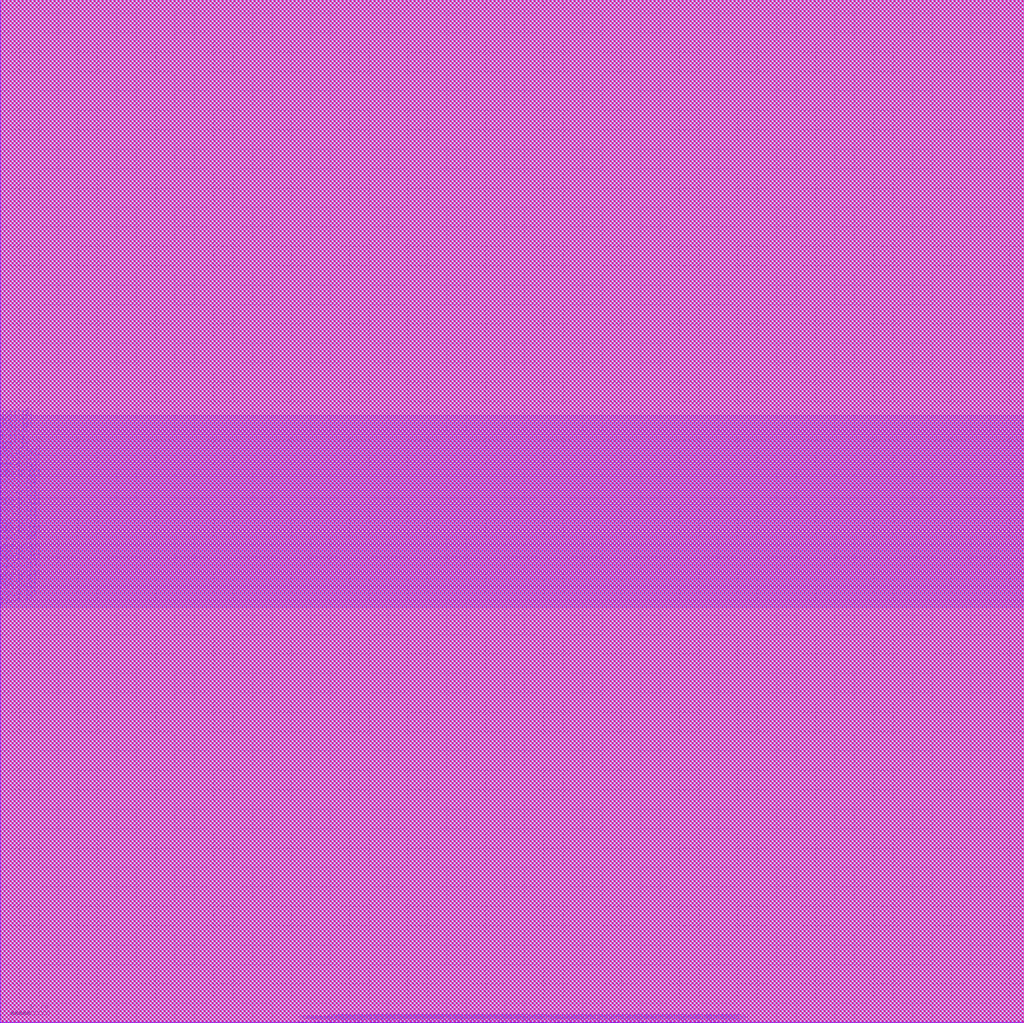
<source format=lef>
##
## LEF for PtnCells ;
## created by Innovus v15.23-s045_1 on Wed Mar 19 01:14:34 2025
##

VERSION 5.8 ;

BUSBITCHARS "[]" ;
DIVIDERCHAR "/" ;

MACRO core
  CLASS BLOCK ;
  SIZE 1054.8000 BY 1054.0000 ;
  FOREIGN core 0.0000 0.0000 ;
  ORIGIN 0 0 ;
  SYMMETRY X Y R90 ;
  PIN clk
    DIRECTION INPUT ;
    USE SIGNAL ;
    PORT
      LAYER M3 ;
        RECT 0.0000 428.1500 1.0000 428.6500 ;
    END
  END clk
  PIN sum_out[23]
    DIRECTION OUTPUT ;
    USE SIGNAL ;
    PORT
      LAYER M3 ;
        RECT 307.4500 0.0000 307.9500 1.0000 ;
    END
  END sum_out[23]
  PIN sum_out[22]
    DIRECTION OUTPUT ;
    USE SIGNAL ;
    PORT
      LAYER M3 ;
        RECT 309.8500 0.0000 310.3500 1.0000 ;
    END
  END sum_out[22]
  PIN sum_out[21]
    DIRECTION OUTPUT ;
    USE SIGNAL ;
    PORT
      LAYER M3 ;
        RECT 312.2500 0.0000 312.7500 1.0000 ;
    END
  END sum_out[21]
  PIN sum_out[20]
    DIRECTION OUTPUT ;
    USE SIGNAL ;
    PORT
      LAYER M3 ;
        RECT 314.6500 0.0000 315.1500 1.0000 ;
    END
  END sum_out[20]
  PIN sum_out[19]
    DIRECTION OUTPUT ;
    USE SIGNAL ;
    PORT
      LAYER M3 ;
        RECT 317.0500 0.0000 317.5500 1.0000 ;
    END
  END sum_out[19]
  PIN sum_out[18]
    DIRECTION OUTPUT ;
    USE SIGNAL ;
    PORT
      LAYER M3 ;
        RECT 319.4500 0.0000 319.9500 1.0000 ;
    END
  END sum_out[18]
  PIN sum_out[17]
    DIRECTION OUTPUT ;
    USE SIGNAL ;
    PORT
      LAYER M3 ;
        RECT 321.8500 0.0000 322.3500 1.0000 ;
    END
  END sum_out[17]
  PIN sum_out[16]
    DIRECTION OUTPUT ;
    USE SIGNAL ;
    PORT
      LAYER M3 ;
        RECT 324.2500 0.0000 324.7500 1.0000 ;
    END
  END sum_out[16]
  PIN sum_out[15]
    DIRECTION OUTPUT ;
    USE SIGNAL ;
    PORT
      LAYER M3 ;
        RECT 326.6500 0.0000 327.1500 1.0000 ;
    END
  END sum_out[15]
  PIN sum_out[14]
    DIRECTION OUTPUT ;
    USE SIGNAL ;
    PORT
      LAYER M3 ;
        RECT 329.0500 0.0000 329.5500 1.0000 ;
    END
  END sum_out[14]
  PIN sum_out[13]
    DIRECTION OUTPUT ;
    USE SIGNAL ;
    PORT
      LAYER M3 ;
        RECT 331.4500 0.0000 331.9500 1.0000 ;
    END
  END sum_out[13]
  PIN sum_out[12]
    DIRECTION OUTPUT ;
    USE SIGNAL ;
    PORT
      LAYER M3 ;
        RECT 333.8500 0.0000 334.3500 1.0000 ;
    END
  END sum_out[12]
  PIN sum_out[11]
    DIRECTION OUTPUT ;
    USE SIGNAL ;
    PORT
      LAYER M3 ;
        RECT 336.2500 0.0000 336.7500 1.0000 ;
    END
  END sum_out[11]
  PIN sum_out[10]
    DIRECTION OUTPUT ;
    USE SIGNAL ;
    PORT
      LAYER M3 ;
        RECT 338.6500 0.0000 339.1500 1.0000 ;
    END
  END sum_out[10]
  PIN sum_out[9]
    DIRECTION OUTPUT ;
    USE SIGNAL ;
    PORT
      LAYER M3 ;
        RECT 341.0500 0.0000 341.5500 1.0000 ;
    END
  END sum_out[9]
  PIN sum_out[8]
    DIRECTION OUTPUT ;
    USE SIGNAL ;
    PORT
      LAYER M3 ;
        RECT 343.4500 0.0000 343.9500 1.0000 ;
    END
  END sum_out[8]
  PIN sum_out[7]
    DIRECTION OUTPUT ;
    USE SIGNAL ;
    PORT
      LAYER M3 ;
        RECT 345.8500 0.0000 346.3500 1.0000 ;
    END
  END sum_out[7]
  PIN sum_out[6]
    DIRECTION OUTPUT ;
    USE SIGNAL ;
    PORT
      LAYER M3 ;
        RECT 348.2500 0.0000 348.7500 1.0000 ;
    END
  END sum_out[6]
  PIN sum_out[5]
    DIRECTION OUTPUT ;
    USE SIGNAL ;
    PORT
      LAYER M3 ;
        RECT 350.6500 0.0000 351.1500 1.0000 ;
    END
  END sum_out[5]
  PIN sum_out[4]
    DIRECTION OUTPUT ;
    USE SIGNAL ;
    PORT
      LAYER M3 ;
        RECT 353.0500 0.0000 353.5500 1.0000 ;
    END
  END sum_out[4]
  PIN sum_out[3]
    DIRECTION OUTPUT ;
    USE SIGNAL ;
    PORT
      LAYER M3 ;
        RECT 355.4500 0.0000 355.9500 1.0000 ;
    END
  END sum_out[3]
  PIN sum_out[2]
    DIRECTION OUTPUT ;
    USE SIGNAL ;
    PORT
      LAYER M3 ;
        RECT 357.8500 0.0000 358.3500 1.0000 ;
    END
  END sum_out[2]
  PIN sum_out[1]
    DIRECTION OUTPUT ;
    USE SIGNAL ;
    PORT
      LAYER M3 ;
        RECT 360.2500 0.0000 360.7500 1.0000 ;
    END
  END sum_out[1]
  PIN sum_out[0]
    DIRECTION OUTPUT ;
    USE SIGNAL ;
    PORT
      LAYER M3 ;
        RECT 362.6500 0.0000 363.1500 1.0000 ;
    END
  END sum_out[0]
  PIN mem_in[63]
    DIRECTION INPUT ;
    USE SIGNAL ;
    PORT
      LAYER M3 ;
        RECT 0.0000 584.1500 1.0000 584.6500 ;
    END
  END mem_in[63]
  PIN mem_in[62]
    DIRECTION INPUT ;
    USE SIGNAL ;
    PORT
      LAYER M3 ;
        RECT 0.0000 581.7500 1.0000 582.2500 ;
    END
  END mem_in[62]
  PIN mem_in[61]
    DIRECTION INPUT ;
    USE SIGNAL ;
    PORT
      LAYER M3 ;
        RECT 0.0000 579.3500 1.0000 579.8500 ;
    END
  END mem_in[61]
  PIN mem_in[60]
    DIRECTION INPUT ;
    USE SIGNAL ;
    PORT
      LAYER M3 ;
        RECT 0.0000 576.9500 1.0000 577.4500 ;
    END
  END mem_in[60]
  PIN mem_in[59]
    DIRECTION INPUT ;
    USE SIGNAL ;
    PORT
      LAYER M3 ;
        RECT 0.0000 574.5500 1.0000 575.0500 ;
    END
  END mem_in[59]
  PIN mem_in[58]
    DIRECTION INPUT ;
    USE SIGNAL ;
    PORT
      LAYER M3 ;
        RECT 0.0000 572.1500 1.0000 572.6500 ;
    END
  END mem_in[58]
  PIN mem_in[57]
    DIRECTION INPUT ;
    USE SIGNAL ;
    PORT
      LAYER M3 ;
        RECT 0.0000 569.7500 1.0000 570.2500 ;
    END
  END mem_in[57]
  PIN mem_in[56]
    DIRECTION INPUT ;
    USE SIGNAL ;
    PORT
      LAYER M3 ;
        RECT 0.0000 567.3500 1.0000 567.8500 ;
    END
  END mem_in[56]
  PIN mem_in[55]
    DIRECTION INPUT ;
    USE SIGNAL ;
    PORT
      LAYER M3 ;
        RECT 0.0000 564.9500 1.0000 565.4500 ;
    END
  END mem_in[55]
  PIN mem_in[54]
    DIRECTION INPUT ;
    USE SIGNAL ;
    PORT
      LAYER M3 ;
        RECT 0.0000 562.5500 1.0000 563.0500 ;
    END
  END mem_in[54]
  PIN mem_in[53]
    DIRECTION INPUT ;
    USE SIGNAL ;
    PORT
      LAYER M3 ;
        RECT 0.0000 560.1500 1.0000 560.6500 ;
    END
  END mem_in[53]
  PIN mem_in[52]
    DIRECTION INPUT ;
    USE SIGNAL ;
    PORT
      LAYER M3 ;
        RECT 0.0000 557.7500 1.0000 558.2500 ;
    END
  END mem_in[52]
  PIN mem_in[51]
    DIRECTION INPUT ;
    USE SIGNAL ;
    PORT
      LAYER M3 ;
        RECT 0.0000 555.3500 1.0000 555.8500 ;
    END
  END mem_in[51]
  PIN mem_in[50]
    DIRECTION INPUT ;
    USE SIGNAL ;
    PORT
      LAYER M3 ;
        RECT 0.0000 552.9500 1.0000 553.4500 ;
    END
  END mem_in[50]
  PIN mem_in[49]
    DIRECTION INPUT ;
    USE SIGNAL ;
    PORT
      LAYER M3 ;
        RECT 0.0000 550.5500 1.0000 551.0500 ;
    END
  END mem_in[49]
  PIN mem_in[48]
    DIRECTION INPUT ;
    USE SIGNAL ;
    PORT
      LAYER M3 ;
        RECT 0.0000 548.1500 1.0000 548.6500 ;
    END
  END mem_in[48]
  PIN mem_in[47]
    DIRECTION INPUT ;
    USE SIGNAL ;
    PORT
      LAYER M3 ;
        RECT 0.0000 545.7500 1.0000 546.2500 ;
    END
  END mem_in[47]
  PIN mem_in[46]
    DIRECTION INPUT ;
    USE SIGNAL ;
    PORT
      LAYER M3 ;
        RECT 0.0000 543.3500 1.0000 543.8500 ;
    END
  END mem_in[46]
  PIN mem_in[45]
    DIRECTION INPUT ;
    USE SIGNAL ;
    PORT
      LAYER M3 ;
        RECT 0.0000 540.9500 1.0000 541.4500 ;
    END
  END mem_in[45]
  PIN mem_in[44]
    DIRECTION INPUT ;
    USE SIGNAL ;
    PORT
      LAYER M3 ;
        RECT 0.0000 538.5500 1.0000 539.0500 ;
    END
  END mem_in[44]
  PIN mem_in[43]
    DIRECTION INPUT ;
    USE SIGNAL ;
    PORT
      LAYER M3 ;
        RECT 0.0000 536.1500 1.0000 536.6500 ;
    END
  END mem_in[43]
  PIN mem_in[42]
    DIRECTION INPUT ;
    USE SIGNAL ;
    PORT
      LAYER M3 ;
        RECT 0.0000 533.7500 1.0000 534.2500 ;
    END
  END mem_in[42]
  PIN mem_in[41]
    DIRECTION INPUT ;
    USE SIGNAL ;
    PORT
      LAYER M3 ;
        RECT 0.0000 531.3500 1.0000 531.8500 ;
    END
  END mem_in[41]
  PIN mem_in[40]
    DIRECTION INPUT ;
    USE SIGNAL ;
    PORT
      LAYER M3 ;
        RECT 0.0000 528.9500 1.0000 529.4500 ;
    END
  END mem_in[40]
  PIN mem_in[39]
    DIRECTION INPUT ;
    USE SIGNAL ;
    PORT
      LAYER M3 ;
        RECT 0.0000 526.5500 1.0000 527.0500 ;
    END
  END mem_in[39]
  PIN mem_in[38]
    DIRECTION INPUT ;
    USE SIGNAL ;
    PORT
      LAYER M3 ;
        RECT 0.0000 524.1500 1.0000 524.6500 ;
    END
  END mem_in[38]
  PIN mem_in[37]
    DIRECTION INPUT ;
    USE SIGNAL ;
    PORT
      LAYER M3 ;
        RECT 0.0000 521.7500 1.0000 522.2500 ;
    END
  END mem_in[37]
  PIN mem_in[36]
    DIRECTION INPUT ;
    USE SIGNAL ;
    PORT
      LAYER M3 ;
        RECT 0.0000 519.3500 1.0000 519.8500 ;
    END
  END mem_in[36]
  PIN mem_in[35]
    DIRECTION INPUT ;
    USE SIGNAL ;
    PORT
      LAYER M3 ;
        RECT 0.0000 516.9500 1.0000 517.4500 ;
    END
  END mem_in[35]
  PIN mem_in[34]
    DIRECTION INPUT ;
    USE SIGNAL ;
    PORT
      LAYER M3 ;
        RECT 0.0000 514.5500 1.0000 515.0500 ;
    END
  END mem_in[34]
  PIN mem_in[33]
    DIRECTION INPUT ;
    USE SIGNAL ;
    PORT
      LAYER M3 ;
        RECT 0.0000 512.1500 1.0000 512.6500 ;
    END
  END mem_in[33]
  PIN mem_in[32]
    DIRECTION INPUT ;
    USE SIGNAL ;
    PORT
      LAYER M3 ;
        RECT 0.0000 509.7500 1.0000 510.2500 ;
    END
  END mem_in[32]
  PIN mem_in[31]
    DIRECTION INPUT ;
    USE SIGNAL ;
    PORT
      LAYER M3 ;
        RECT 0.0000 507.3500 1.0000 507.8500 ;
    END
  END mem_in[31]
  PIN mem_in[30]
    DIRECTION INPUT ;
    USE SIGNAL ;
    PORT
      LAYER M3 ;
        RECT 0.0000 504.9500 1.0000 505.4500 ;
    END
  END mem_in[30]
  PIN mem_in[29]
    DIRECTION INPUT ;
    USE SIGNAL ;
    PORT
      LAYER M3 ;
        RECT 0.0000 502.5500 1.0000 503.0500 ;
    END
  END mem_in[29]
  PIN mem_in[28]
    DIRECTION INPUT ;
    USE SIGNAL ;
    PORT
      LAYER M3 ;
        RECT 0.0000 500.1500 1.0000 500.6500 ;
    END
  END mem_in[28]
  PIN mem_in[27]
    DIRECTION INPUT ;
    USE SIGNAL ;
    PORT
      LAYER M3 ;
        RECT 0.0000 497.7500 1.0000 498.2500 ;
    END
  END mem_in[27]
  PIN mem_in[26]
    DIRECTION INPUT ;
    USE SIGNAL ;
    PORT
      LAYER M3 ;
        RECT 0.0000 495.3500 1.0000 495.8500 ;
    END
  END mem_in[26]
  PIN mem_in[25]
    DIRECTION INPUT ;
    USE SIGNAL ;
    PORT
      LAYER M3 ;
        RECT 0.0000 492.9500 1.0000 493.4500 ;
    END
  END mem_in[25]
  PIN mem_in[24]
    DIRECTION INPUT ;
    USE SIGNAL ;
    PORT
      LAYER M3 ;
        RECT 0.0000 490.5500 1.0000 491.0500 ;
    END
  END mem_in[24]
  PIN mem_in[23]
    DIRECTION INPUT ;
    USE SIGNAL ;
    PORT
      LAYER M3 ;
        RECT 0.0000 488.1500 1.0000 488.6500 ;
    END
  END mem_in[23]
  PIN mem_in[22]
    DIRECTION INPUT ;
    USE SIGNAL ;
    PORT
      LAYER M3 ;
        RECT 0.0000 485.7500 1.0000 486.2500 ;
    END
  END mem_in[22]
  PIN mem_in[21]
    DIRECTION INPUT ;
    USE SIGNAL ;
    PORT
      LAYER M3 ;
        RECT 0.0000 483.3500 1.0000 483.8500 ;
    END
  END mem_in[21]
  PIN mem_in[20]
    DIRECTION INPUT ;
    USE SIGNAL ;
    PORT
      LAYER M3 ;
        RECT 0.0000 480.9500 1.0000 481.4500 ;
    END
  END mem_in[20]
  PIN mem_in[19]
    DIRECTION INPUT ;
    USE SIGNAL ;
    PORT
      LAYER M3 ;
        RECT 0.0000 478.5500 1.0000 479.0500 ;
    END
  END mem_in[19]
  PIN mem_in[18]
    DIRECTION INPUT ;
    USE SIGNAL ;
    PORT
      LAYER M3 ;
        RECT 0.0000 476.1500 1.0000 476.6500 ;
    END
  END mem_in[18]
  PIN mem_in[17]
    DIRECTION INPUT ;
    USE SIGNAL ;
    PORT
      LAYER M3 ;
        RECT 0.0000 473.7500 1.0000 474.2500 ;
    END
  END mem_in[17]
  PIN mem_in[16]
    DIRECTION INPUT ;
    USE SIGNAL ;
    PORT
      LAYER M3 ;
        RECT 0.0000 471.3500 1.0000 471.8500 ;
    END
  END mem_in[16]
  PIN mem_in[15]
    DIRECTION INPUT ;
    USE SIGNAL ;
    PORT
      LAYER M3 ;
        RECT 0.0000 468.9500 1.0000 469.4500 ;
    END
  END mem_in[15]
  PIN mem_in[14]
    DIRECTION INPUT ;
    USE SIGNAL ;
    PORT
      LAYER M3 ;
        RECT 0.0000 466.5500 1.0000 467.0500 ;
    END
  END mem_in[14]
  PIN mem_in[13]
    DIRECTION INPUT ;
    USE SIGNAL ;
    PORT
      LAYER M3 ;
        RECT 0.0000 464.1500 1.0000 464.6500 ;
    END
  END mem_in[13]
  PIN mem_in[12]
    DIRECTION INPUT ;
    USE SIGNAL ;
    PORT
      LAYER M3 ;
        RECT 0.0000 461.7500 1.0000 462.2500 ;
    END
  END mem_in[12]
  PIN mem_in[11]
    DIRECTION INPUT ;
    USE SIGNAL ;
    PORT
      LAYER M3 ;
        RECT 0.0000 459.3500 1.0000 459.8500 ;
    END
  END mem_in[11]
  PIN mem_in[10]
    DIRECTION INPUT ;
    USE SIGNAL ;
    PORT
      LAYER M3 ;
        RECT 0.0000 456.9500 1.0000 457.4500 ;
    END
  END mem_in[10]
  PIN mem_in[9]
    DIRECTION INPUT ;
    USE SIGNAL ;
    PORT
      LAYER M3 ;
        RECT 0.0000 454.5500 1.0000 455.0500 ;
    END
  END mem_in[9]
  PIN mem_in[8]
    DIRECTION INPUT ;
    USE SIGNAL ;
    PORT
      LAYER M3 ;
        RECT 0.0000 452.1500 1.0000 452.6500 ;
    END
  END mem_in[8]
  PIN mem_in[7]
    DIRECTION INPUT ;
    USE SIGNAL ;
    PORT
      LAYER M3 ;
        RECT 0.0000 449.7500 1.0000 450.2500 ;
    END
  END mem_in[7]
  PIN mem_in[6]
    DIRECTION INPUT ;
    USE SIGNAL ;
    PORT
      LAYER M3 ;
        RECT 0.0000 447.3500 1.0000 447.8500 ;
    END
  END mem_in[6]
  PIN mem_in[5]
    DIRECTION INPUT ;
    USE SIGNAL ;
    PORT
      LAYER M3 ;
        RECT 0.0000 444.9500 1.0000 445.4500 ;
    END
  END mem_in[5]
  PIN mem_in[4]
    DIRECTION INPUT ;
    USE SIGNAL ;
    PORT
      LAYER M3 ;
        RECT 0.0000 442.5500 1.0000 443.0500 ;
    END
  END mem_in[4]
  PIN mem_in[3]
    DIRECTION INPUT ;
    USE SIGNAL ;
    PORT
      LAYER M3 ;
        RECT 0.0000 440.1500 1.0000 440.6500 ;
    END
  END mem_in[3]
  PIN mem_in[2]
    DIRECTION INPUT ;
    USE SIGNAL ;
    PORT
      LAYER M3 ;
        RECT 0.0000 437.7500 1.0000 438.2500 ;
    END
  END mem_in[2]
  PIN mem_in[1]
    DIRECTION INPUT ;
    USE SIGNAL ;
    PORT
      LAYER M3 ;
        RECT 0.0000 435.3500 1.0000 435.8500 ;
    END
  END mem_in[1]
  PIN mem_in[0]
    DIRECTION INPUT ;
    USE SIGNAL ;
    PORT
      LAYER M3 ;
        RECT 0.0000 432.9500 1.0000 433.4500 ;
    END
  END mem_in[0]
  PIN out[159]
    DIRECTION OUTPUT ;
    USE SIGNAL ;
    PORT
      LAYER M3 ;
        RECT 365.0500 0.0000 365.5500 1.0000 ;
    END
  END out[159]
  PIN out[158]
    DIRECTION OUTPUT ;
    USE SIGNAL ;
    PORT
      LAYER M3 ;
        RECT 367.4500 0.0000 367.9500 1.0000 ;
    END
  END out[158]
  PIN out[157]
    DIRECTION OUTPUT ;
    USE SIGNAL ;
    PORT
      LAYER M3 ;
        RECT 369.8500 0.0000 370.3500 1.0000 ;
    END
  END out[157]
  PIN out[156]
    DIRECTION OUTPUT ;
    USE SIGNAL ;
    PORT
      LAYER M3 ;
        RECT 372.2500 0.0000 372.7500 1.0000 ;
    END
  END out[156]
  PIN out[155]
    DIRECTION OUTPUT ;
    USE SIGNAL ;
    PORT
      LAYER M3 ;
        RECT 374.6500 0.0000 375.1500 1.0000 ;
    END
  END out[155]
  PIN out[154]
    DIRECTION OUTPUT ;
    USE SIGNAL ;
    PORT
      LAYER M3 ;
        RECT 377.0500 0.0000 377.5500 1.0000 ;
    END
  END out[154]
  PIN out[153]
    DIRECTION OUTPUT ;
    USE SIGNAL ;
    PORT
      LAYER M3 ;
        RECT 379.4500 0.0000 379.9500 1.0000 ;
    END
  END out[153]
  PIN out[152]
    DIRECTION OUTPUT ;
    USE SIGNAL ;
    PORT
      LAYER M3 ;
        RECT 381.8500 0.0000 382.3500 1.0000 ;
    END
  END out[152]
  PIN out[151]
    DIRECTION OUTPUT ;
    USE SIGNAL ;
    PORT
      LAYER M3 ;
        RECT 384.2500 0.0000 384.7500 1.0000 ;
    END
  END out[151]
  PIN out[150]
    DIRECTION OUTPUT ;
    USE SIGNAL ;
    PORT
      LAYER M3 ;
        RECT 386.6500 0.0000 387.1500 1.0000 ;
    END
  END out[150]
  PIN out[149]
    DIRECTION OUTPUT ;
    USE SIGNAL ;
    PORT
      LAYER M3 ;
        RECT 389.0500 0.0000 389.5500 1.0000 ;
    END
  END out[149]
  PIN out[148]
    DIRECTION OUTPUT ;
    USE SIGNAL ;
    PORT
      LAYER M3 ;
        RECT 391.4500 0.0000 391.9500 1.0000 ;
    END
  END out[148]
  PIN out[147]
    DIRECTION OUTPUT ;
    USE SIGNAL ;
    PORT
      LAYER M3 ;
        RECT 393.8500 0.0000 394.3500 1.0000 ;
    END
  END out[147]
  PIN out[146]
    DIRECTION OUTPUT ;
    USE SIGNAL ;
    PORT
      LAYER M3 ;
        RECT 396.2500 0.0000 396.7500 1.0000 ;
    END
  END out[146]
  PIN out[145]
    DIRECTION OUTPUT ;
    USE SIGNAL ;
    PORT
      LAYER M3 ;
        RECT 398.6500 0.0000 399.1500 1.0000 ;
    END
  END out[145]
  PIN out[144]
    DIRECTION OUTPUT ;
    USE SIGNAL ;
    PORT
      LAYER M3 ;
        RECT 401.0500 0.0000 401.5500 1.0000 ;
    END
  END out[144]
  PIN out[143]
    DIRECTION OUTPUT ;
    USE SIGNAL ;
    PORT
      LAYER M3 ;
        RECT 403.4500 0.0000 403.9500 1.0000 ;
    END
  END out[143]
  PIN out[142]
    DIRECTION OUTPUT ;
    USE SIGNAL ;
    PORT
      LAYER M3 ;
        RECT 405.8500 0.0000 406.3500 1.0000 ;
    END
  END out[142]
  PIN out[141]
    DIRECTION OUTPUT ;
    USE SIGNAL ;
    PORT
      LAYER M3 ;
        RECT 408.2500 0.0000 408.7500 1.0000 ;
    END
  END out[141]
  PIN out[140]
    DIRECTION OUTPUT ;
    USE SIGNAL ;
    PORT
      LAYER M3 ;
        RECT 410.6500 0.0000 411.1500 1.0000 ;
    END
  END out[140]
  PIN out[139]
    DIRECTION OUTPUT ;
    USE SIGNAL ;
    PORT
      LAYER M3 ;
        RECT 413.0500 0.0000 413.5500 1.0000 ;
    END
  END out[139]
  PIN out[138]
    DIRECTION OUTPUT ;
    USE SIGNAL ;
    PORT
      LAYER M3 ;
        RECT 415.4500 0.0000 415.9500 1.0000 ;
    END
  END out[138]
  PIN out[137]
    DIRECTION OUTPUT ;
    USE SIGNAL ;
    PORT
      LAYER M3 ;
        RECT 417.8500 0.0000 418.3500 1.0000 ;
    END
  END out[137]
  PIN out[136]
    DIRECTION OUTPUT ;
    USE SIGNAL ;
    PORT
      LAYER M3 ;
        RECT 420.2500 0.0000 420.7500 1.0000 ;
    END
  END out[136]
  PIN out[135]
    DIRECTION OUTPUT ;
    USE SIGNAL ;
    PORT
      LAYER M3 ;
        RECT 422.6500 0.0000 423.1500 1.0000 ;
    END
  END out[135]
  PIN out[134]
    DIRECTION OUTPUT ;
    USE SIGNAL ;
    PORT
      LAYER M3 ;
        RECT 425.0500 0.0000 425.5500 1.0000 ;
    END
  END out[134]
  PIN out[133]
    DIRECTION OUTPUT ;
    USE SIGNAL ;
    PORT
      LAYER M3 ;
        RECT 427.4500 0.0000 427.9500 1.0000 ;
    END
  END out[133]
  PIN out[132]
    DIRECTION OUTPUT ;
    USE SIGNAL ;
    PORT
      LAYER M3 ;
        RECT 429.8500 0.0000 430.3500 1.0000 ;
    END
  END out[132]
  PIN out[131]
    DIRECTION OUTPUT ;
    USE SIGNAL ;
    PORT
      LAYER M3 ;
        RECT 432.2500 0.0000 432.7500 1.0000 ;
    END
  END out[131]
  PIN out[130]
    DIRECTION OUTPUT ;
    USE SIGNAL ;
    PORT
      LAYER M3 ;
        RECT 434.6500 0.0000 435.1500 1.0000 ;
    END
  END out[130]
  PIN out[129]
    DIRECTION OUTPUT ;
    USE SIGNAL ;
    PORT
      LAYER M3 ;
        RECT 437.0500 0.0000 437.5500 1.0000 ;
    END
  END out[129]
  PIN out[128]
    DIRECTION OUTPUT ;
    USE SIGNAL ;
    PORT
      LAYER M3 ;
        RECT 439.4500 0.0000 439.9500 1.0000 ;
    END
  END out[128]
  PIN out[127]
    DIRECTION OUTPUT ;
    USE SIGNAL ;
    PORT
      LAYER M3 ;
        RECT 441.8500 0.0000 442.3500 1.0000 ;
    END
  END out[127]
  PIN out[126]
    DIRECTION OUTPUT ;
    USE SIGNAL ;
    PORT
      LAYER M3 ;
        RECT 444.2500 0.0000 444.7500 1.0000 ;
    END
  END out[126]
  PIN out[125]
    DIRECTION OUTPUT ;
    USE SIGNAL ;
    PORT
      LAYER M3 ;
        RECT 446.6500 0.0000 447.1500 1.0000 ;
    END
  END out[125]
  PIN out[124]
    DIRECTION OUTPUT ;
    USE SIGNAL ;
    PORT
      LAYER M3 ;
        RECT 449.0500 0.0000 449.5500 1.0000 ;
    END
  END out[124]
  PIN out[123]
    DIRECTION OUTPUT ;
    USE SIGNAL ;
    PORT
      LAYER M3 ;
        RECT 451.4500 0.0000 451.9500 1.0000 ;
    END
  END out[123]
  PIN out[122]
    DIRECTION OUTPUT ;
    USE SIGNAL ;
    PORT
      LAYER M3 ;
        RECT 453.8500 0.0000 454.3500 1.0000 ;
    END
  END out[122]
  PIN out[121]
    DIRECTION OUTPUT ;
    USE SIGNAL ;
    PORT
      LAYER M3 ;
        RECT 456.2500 0.0000 456.7500 1.0000 ;
    END
  END out[121]
  PIN out[120]
    DIRECTION OUTPUT ;
    USE SIGNAL ;
    PORT
      LAYER M3 ;
        RECT 458.6500 0.0000 459.1500 1.0000 ;
    END
  END out[120]
  PIN out[119]
    DIRECTION OUTPUT ;
    USE SIGNAL ;
    PORT
      LAYER M3 ;
        RECT 461.0500 0.0000 461.5500 1.0000 ;
    END
  END out[119]
  PIN out[118]
    DIRECTION OUTPUT ;
    USE SIGNAL ;
    PORT
      LAYER M3 ;
        RECT 463.4500 0.0000 463.9500 1.0000 ;
    END
  END out[118]
  PIN out[117]
    DIRECTION OUTPUT ;
    USE SIGNAL ;
    PORT
      LAYER M3 ;
        RECT 465.8500 0.0000 466.3500 1.0000 ;
    END
  END out[117]
  PIN out[116]
    DIRECTION OUTPUT ;
    USE SIGNAL ;
    PORT
      LAYER M3 ;
        RECT 468.2500 0.0000 468.7500 1.0000 ;
    END
  END out[116]
  PIN out[115]
    DIRECTION OUTPUT ;
    USE SIGNAL ;
    PORT
      LAYER M3 ;
        RECT 470.6500 0.0000 471.1500 1.0000 ;
    END
  END out[115]
  PIN out[114]
    DIRECTION OUTPUT ;
    USE SIGNAL ;
    PORT
      LAYER M3 ;
        RECT 473.0500 0.0000 473.5500 1.0000 ;
    END
  END out[114]
  PIN out[113]
    DIRECTION OUTPUT ;
    USE SIGNAL ;
    PORT
      LAYER M3 ;
        RECT 475.4500 0.0000 475.9500 1.0000 ;
    END
  END out[113]
  PIN out[112]
    DIRECTION OUTPUT ;
    USE SIGNAL ;
    PORT
      LAYER M3 ;
        RECT 477.8500 0.0000 478.3500 1.0000 ;
    END
  END out[112]
  PIN out[111]
    DIRECTION OUTPUT ;
    USE SIGNAL ;
    PORT
      LAYER M3 ;
        RECT 480.2500 0.0000 480.7500 1.0000 ;
    END
  END out[111]
  PIN out[110]
    DIRECTION OUTPUT ;
    USE SIGNAL ;
    PORT
      LAYER M3 ;
        RECT 482.6500 0.0000 483.1500 1.0000 ;
    END
  END out[110]
  PIN out[109]
    DIRECTION OUTPUT ;
    USE SIGNAL ;
    PORT
      LAYER M3 ;
        RECT 485.0500 0.0000 485.5500 1.0000 ;
    END
  END out[109]
  PIN out[108]
    DIRECTION OUTPUT ;
    USE SIGNAL ;
    PORT
      LAYER M3 ;
        RECT 487.4500 0.0000 487.9500 1.0000 ;
    END
  END out[108]
  PIN out[107]
    DIRECTION OUTPUT ;
    USE SIGNAL ;
    PORT
      LAYER M3 ;
        RECT 489.8500 0.0000 490.3500 1.0000 ;
    END
  END out[107]
  PIN out[106]
    DIRECTION OUTPUT ;
    USE SIGNAL ;
    PORT
      LAYER M3 ;
        RECT 492.2500 0.0000 492.7500 1.0000 ;
    END
  END out[106]
  PIN out[105]
    DIRECTION OUTPUT ;
    USE SIGNAL ;
    PORT
      LAYER M3 ;
        RECT 494.6500 0.0000 495.1500 1.0000 ;
    END
  END out[105]
  PIN out[104]
    DIRECTION OUTPUT ;
    USE SIGNAL ;
    PORT
      LAYER M3 ;
        RECT 497.0500 0.0000 497.5500 1.0000 ;
    END
  END out[104]
  PIN out[103]
    DIRECTION OUTPUT ;
    USE SIGNAL ;
    PORT
      LAYER M3 ;
        RECT 499.4500 0.0000 499.9500 1.0000 ;
    END
  END out[103]
  PIN out[102]
    DIRECTION OUTPUT ;
    USE SIGNAL ;
    PORT
      LAYER M3 ;
        RECT 501.8500 0.0000 502.3500 1.0000 ;
    END
  END out[102]
  PIN out[101]
    DIRECTION OUTPUT ;
    USE SIGNAL ;
    PORT
      LAYER M3 ;
        RECT 504.2500 0.0000 504.7500 1.0000 ;
    END
  END out[101]
  PIN out[100]
    DIRECTION OUTPUT ;
    USE SIGNAL ;
    PORT
      LAYER M3 ;
        RECT 506.6500 0.0000 507.1500 1.0000 ;
    END
  END out[100]
  PIN out[99]
    DIRECTION OUTPUT ;
    USE SIGNAL ;
    PORT
      LAYER M3 ;
        RECT 509.0500 0.0000 509.5500 1.0000 ;
    END
  END out[99]
  PIN out[98]
    DIRECTION OUTPUT ;
    USE SIGNAL ;
    PORT
      LAYER M3 ;
        RECT 511.4500 0.0000 511.9500 1.0000 ;
    END
  END out[98]
  PIN out[97]
    DIRECTION OUTPUT ;
    USE SIGNAL ;
    PORT
      LAYER M3 ;
        RECT 513.8500 0.0000 514.3500 1.0000 ;
    END
  END out[97]
  PIN out[96]
    DIRECTION OUTPUT ;
    USE SIGNAL ;
    PORT
      LAYER M3 ;
        RECT 516.2500 0.0000 516.7500 1.0000 ;
    END
  END out[96]
  PIN out[95]
    DIRECTION OUTPUT ;
    USE SIGNAL ;
    PORT
      LAYER M3 ;
        RECT 518.6500 0.0000 519.1500 1.0000 ;
    END
  END out[95]
  PIN out[94]
    DIRECTION OUTPUT ;
    USE SIGNAL ;
    PORT
      LAYER M3 ;
        RECT 521.0500 0.0000 521.5500 1.0000 ;
    END
  END out[94]
  PIN out[93]
    DIRECTION OUTPUT ;
    USE SIGNAL ;
    PORT
      LAYER M3 ;
        RECT 523.4500 0.0000 523.9500 1.0000 ;
    END
  END out[93]
  PIN out[92]
    DIRECTION OUTPUT ;
    USE SIGNAL ;
    PORT
      LAYER M3 ;
        RECT 525.8500 0.0000 526.3500 1.0000 ;
    END
  END out[92]
  PIN out[91]
    DIRECTION OUTPUT ;
    USE SIGNAL ;
    PORT
      LAYER M3 ;
        RECT 528.2500 0.0000 528.7500 1.0000 ;
    END
  END out[91]
  PIN out[90]
    DIRECTION OUTPUT ;
    USE SIGNAL ;
    PORT
      LAYER M3 ;
        RECT 530.6500 0.0000 531.1500 1.0000 ;
    END
  END out[90]
  PIN out[89]
    DIRECTION OUTPUT ;
    USE SIGNAL ;
    PORT
      LAYER M3 ;
        RECT 533.0500 0.0000 533.5500 1.0000 ;
    END
  END out[89]
  PIN out[88]
    DIRECTION OUTPUT ;
    USE SIGNAL ;
    PORT
      LAYER M3 ;
        RECT 535.4500 0.0000 535.9500 1.0000 ;
    END
  END out[88]
  PIN out[87]
    DIRECTION OUTPUT ;
    USE SIGNAL ;
    PORT
      LAYER M3 ;
        RECT 537.8500 0.0000 538.3500 1.0000 ;
    END
  END out[87]
  PIN out[86]
    DIRECTION OUTPUT ;
    USE SIGNAL ;
    PORT
      LAYER M3 ;
        RECT 540.2500 0.0000 540.7500 1.0000 ;
    END
  END out[86]
  PIN out[85]
    DIRECTION OUTPUT ;
    USE SIGNAL ;
    PORT
      LAYER M3 ;
        RECT 542.6500 0.0000 543.1500 1.0000 ;
    END
  END out[85]
  PIN out[84]
    DIRECTION OUTPUT ;
    USE SIGNAL ;
    PORT
      LAYER M3 ;
        RECT 545.0500 0.0000 545.5500 1.0000 ;
    END
  END out[84]
  PIN out[83]
    DIRECTION OUTPUT ;
    USE SIGNAL ;
    PORT
      LAYER M3 ;
        RECT 547.4500 0.0000 547.9500 1.0000 ;
    END
  END out[83]
  PIN out[82]
    DIRECTION OUTPUT ;
    USE SIGNAL ;
    PORT
      LAYER M3 ;
        RECT 549.8500 0.0000 550.3500 1.0000 ;
    END
  END out[82]
  PIN out[81]
    DIRECTION OUTPUT ;
    USE SIGNAL ;
    PORT
      LAYER M3 ;
        RECT 552.2500 0.0000 552.7500 1.0000 ;
    END
  END out[81]
  PIN out[80]
    DIRECTION OUTPUT ;
    USE SIGNAL ;
    PORT
      LAYER M3 ;
        RECT 554.6500 0.0000 555.1500 1.0000 ;
    END
  END out[80]
  PIN out[79]
    DIRECTION OUTPUT ;
    USE SIGNAL ;
    PORT
      LAYER M3 ;
        RECT 557.0500 0.0000 557.5500 1.0000 ;
    END
  END out[79]
  PIN out[78]
    DIRECTION OUTPUT ;
    USE SIGNAL ;
    PORT
      LAYER M3 ;
        RECT 559.4500 0.0000 559.9500 1.0000 ;
    END
  END out[78]
  PIN out[77]
    DIRECTION OUTPUT ;
    USE SIGNAL ;
    PORT
      LAYER M3 ;
        RECT 561.8500 0.0000 562.3500 1.0000 ;
    END
  END out[77]
  PIN out[76]
    DIRECTION OUTPUT ;
    USE SIGNAL ;
    PORT
      LAYER M3 ;
        RECT 564.2500 0.0000 564.7500 1.0000 ;
    END
  END out[76]
  PIN out[75]
    DIRECTION OUTPUT ;
    USE SIGNAL ;
    PORT
      LAYER M3 ;
        RECT 566.6500 0.0000 567.1500 1.0000 ;
    END
  END out[75]
  PIN out[74]
    DIRECTION OUTPUT ;
    USE SIGNAL ;
    PORT
      LAYER M3 ;
        RECT 569.0500 0.0000 569.5500 1.0000 ;
    END
  END out[74]
  PIN out[73]
    DIRECTION OUTPUT ;
    USE SIGNAL ;
    PORT
      LAYER M3 ;
        RECT 571.4500 0.0000 571.9500 1.0000 ;
    END
  END out[73]
  PIN out[72]
    DIRECTION OUTPUT ;
    USE SIGNAL ;
    PORT
      LAYER M3 ;
        RECT 573.8500 0.0000 574.3500 1.0000 ;
    END
  END out[72]
  PIN out[71]
    DIRECTION OUTPUT ;
    USE SIGNAL ;
    PORT
      LAYER M3 ;
        RECT 576.2500 0.0000 576.7500 1.0000 ;
    END
  END out[71]
  PIN out[70]
    DIRECTION OUTPUT ;
    USE SIGNAL ;
    PORT
      LAYER M3 ;
        RECT 578.6500 0.0000 579.1500 1.0000 ;
    END
  END out[70]
  PIN out[69]
    DIRECTION OUTPUT ;
    USE SIGNAL ;
    PORT
      LAYER M3 ;
        RECT 581.0500 0.0000 581.5500 1.0000 ;
    END
  END out[69]
  PIN out[68]
    DIRECTION OUTPUT ;
    USE SIGNAL ;
    PORT
      LAYER M3 ;
        RECT 583.4500 0.0000 583.9500 1.0000 ;
    END
  END out[68]
  PIN out[67]
    DIRECTION OUTPUT ;
    USE SIGNAL ;
    PORT
      LAYER M3 ;
        RECT 585.8500 0.0000 586.3500 1.0000 ;
    END
  END out[67]
  PIN out[66]
    DIRECTION OUTPUT ;
    USE SIGNAL ;
    PORT
      LAYER M3 ;
        RECT 588.2500 0.0000 588.7500 1.0000 ;
    END
  END out[66]
  PIN out[65]
    DIRECTION OUTPUT ;
    USE SIGNAL ;
    PORT
      LAYER M3 ;
        RECT 590.6500 0.0000 591.1500 1.0000 ;
    END
  END out[65]
  PIN out[64]
    DIRECTION OUTPUT ;
    USE SIGNAL ;
    PORT
      LAYER M3 ;
        RECT 593.0500 0.0000 593.5500 1.0000 ;
    END
  END out[64]
  PIN out[63]
    DIRECTION OUTPUT ;
    USE SIGNAL ;
    PORT
      LAYER M3 ;
        RECT 595.4500 0.0000 595.9500 1.0000 ;
    END
  END out[63]
  PIN out[62]
    DIRECTION OUTPUT ;
    USE SIGNAL ;
    PORT
      LAYER M3 ;
        RECT 597.8500 0.0000 598.3500 1.0000 ;
    END
  END out[62]
  PIN out[61]
    DIRECTION OUTPUT ;
    USE SIGNAL ;
    PORT
      LAYER M3 ;
        RECT 600.2500 0.0000 600.7500 1.0000 ;
    END
  END out[61]
  PIN out[60]
    DIRECTION OUTPUT ;
    USE SIGNAL ;
    PORT
      LAYER M3 ;
        RECT 602.6500 0.0000 603.1500 1.0000 ;
    END
  END out[60]
  PIN out[59]
    DIRECTION OUTPUT ;
    USE SIGNAL ;
    PORT
      LAYER M3 ;
        RECT 605.0500 0.0000 605.5500 1.0000 ;
    END
  END out[59]
  PIN out[58]
    DIRECTION OUTPUT ;
    USE SIGNAL ;
    PORT
      LAYER M3 ;
        RECT 607.4500 0.0000 607.9500 1.0000 ;
    END
  END out[58]
  PIN out[57]
    DIRECTION OUTPUT ;
    USE SIGNAL ;
    PORT
      LAYER M3 ;
        RECT 609.8500 0.0000 610.3500 1.0000 ;
    END
  END out[57]
  PIN out[56]
    DIRECTION OUTPUT ;
    USE SIGNAL ;
    PORT
      LAYER M3 ;
        RECT 612.2500 0.0000 612.7500 1.0000 ;
    END
  END out[56]
  PIN out[55]
    DIRECTION OUTPUT ;
    USE SIGNAL ;
    PORT
      LAYER M3 ;
        RECT 614.6500 0.0000 615.1500 1.0000 ;
    END
  END out[55]
  PIN out[54]
    DIRECTION OUTPUT ;
    USE SIGNAL ;
    PORT
      LAYER M3 ;
        RECT 617.0500 0.0000 617.5500 1.0000 ;
    END
  END out[54]
  PIN out[53]
    DIRECTION OUTPUT ;
    USE SIGNAL ;
    PORT
      LAYER M3 ;
        RECT 619.4500 0.0000 619.9500 1.0000 ;
    END
  END out[53]
  PIN out[52]
    DIRECTION OUTPUT ;
    USE SIGNAL ;
    PORT
      LAYER M3 ;
        RECT 621.8500 0.0000 622.3500 1.0000 ;
    END
  END out[52]
  PIN out[51]
    DIRECTION OUTPUT ;
    USE SIGNAL ;
    PORT
      LAYER M3 ;
        RECT 624.2500 0.0000 624.7500 1.0000 ;
    END
  END out[51]
  PIN out[50]
    DIRECTION OUTPUT ;
    USE SIGNAL ;
    PORT
      LAYER M3 ;
        RECT 626.6500 0.0000 627.1500 1.0000 ;
    END
  END out[50]
  PIN out[49]
    DIRECTION OUTPUT ;
    USE SIGNAL ;
    PORT
      LAYER M3 ;
        RECT 629.0500 0.0000 629.5500 1.0000 ;
    END
  END out[49]
  PIN out[48]
    DIRECTION OUTPUT ;
    USE SIGNAL ;
    PORT
      LAYER M3 ;
        RECT 631.4500 0.0000 631.9500 1.0000 ;
    END
  END out[48]
  PIN out[47]
    DIRECTION OUTPUT ;
    USE SIGNAL ;
    PORT
      LAYER M3 ;
        RECT 633.8500 0.0000 634.3500 1.0000 ;
    END
  END out[47]
  PIN out[46]
    DIRECTION OUTPUT ;
    USE SIGNAL ;
    PORT
      LAYER M3 ;
        RECT 636.2500 0.0000 636.7500 1.0000 ;
    END
  END out[46]
  PIN out[45]
    DIRECTION OUTPUT ;
    USE SIGNAL ;
    PORT
      LAYER M3 ;
        RECT 638.6500 0.0000 639.1500 1.0000 ;
    END
  END out[45]
  PIN out[44]
    DIRECTION OUTPUT ;
    USE SIGNAL ;
    PORT
      LAYER M3 ;
        RECT 641.0500 0.0000 641.5500 1.0000 ;
    END
  END out[44]
  PIN out[43]
    DIRECTION OUTPUT ;
    USE SIGNAL ;
    PORT
      LAYER M3 ;
        RECT 643.4500 0.0000 643.9500 1.0000 ;
    END
  END out[43]
  PIN out[42]
    DIRECTION OUTPUT ;
    USE SIGNAL ;
    PORT
      LAYER M3 ;
        RECT 645.8500 0.0000 646.3500 1.0000 ;
    END
  END out[42]
  PIN out[41]
    DIRECTION OUTPUT ;
    USE SIGNAL ;
    PORT
      LAYER M3 ;
        RECT 648.2500 0.0000 648.7500 1.0000 ;
    END
  END out[41]
  PIN out[40]
    DIRECTION OUTPUT ;
    USE SIGNAL ;
    PORT
      LAYER M3 ;
        RECT 650.6500 0.0000 651.1500 1.0000 ;
    END
  END out[40]
  PIN out[39]
    DIRECTION OUTPUT ;
    USE SIGNAL ;
    PORT
      LAYER M3 ;
        RECT 653.0500 0.0000 653.5500 1.0000 ;
    END
  END out[39]
  PIN out[38]
    DIRECTION OUTPUT ;
    USE SIGNAL ;
    PORT
      LAYER M3 ;
        RECT 655.4500 0.0000 655.9500 1.0000 ;
    END
  END out[38]
  PIN out[37]
    DIRECTION OUTPUT ;
    USE SIGNAL ;
    PORT
      LAYER M3 ;
        RECT 657.8500 0.0000 658.3500 1.0000 ;
    END
  END out[37]
  PIN out[36]
    DIRECTION OUTPUT ;
    USE SIGNAL ;
    PORT
      LAYER M3 ;
        RECT 660.2500 0.0000 660.7500 1.0000 ;
    END
  END out[36]
  PIN out[35]
    DIRECTION OUTPUT ;
    USE SIGNAL ;
    PORT
      LAYER M3 ;
        RECT 662.6500 0.0000 663.1500 1.0000 ;
    END
  END out[35]
  PIN out[34]
    DIRECTION OUTPUT ;
    USE SIGNAL ;
    PORT
      LAYER M3 ;
        RECT 665.0500 0.0000 665.5500 1.0000 ;
    END
  END out[34]
  PIN out[33]
    DIRECTION OUTPUT ;
    USE SIGNAL ;
    PORT
      LAYER M3 ;
        RECT 667.4500 0.0000 667.9500 1.0000 ;
    END
  END out[33]
  PIN out[32]
    DIRECTION OUTPUT ;
    USE SIGNAL ;
    PORT
      LAYER M3 ;
        RECT 669.8500 0.0000 670.3500 1.0000 ;
    END
  END out[32]
  PIN out[31]
    DIRECTION OUTPUT ;
    USE SIGNAL ;
    PORT
      LAYER M3 ;
        RECT 672.2500 0.0000 672.7500 1.0000 ;
    END
  END out[31]
  PIN out[30]
    DIRECTION OUTPUT ;
    USE SIGNAL ;
    PORT
      LAYER M3 ;
        RECT 674.6500 0.0000 675.1500 1.0000 ;
    END
  END out[30]
  PIN out[29]
    DIRECTION OUTPUT ;
    USE SIGNAL ;
    PORT
      LAYER M3 ;
        RECT 677.0500 0.0000 677.5500 1.0000 ;
    END
  END out[29]
  PIN out[28]
    DIRECTION OUTPUT ;
    USE SIGNAL ;
    PORT
      LAYER M3 ;
        RECT 679.4500 0.0000 679.9500 1.0000 ;
    END
  END out[28]
  PIN out[27]
    DIRECTION OUTPUT ;
    USE SIGNAL ;
    PORT
      LAYER M3 ;
        RECT 681.8500 0.0000 682.3500 1.0000 ;
    END
  END out[27]
  PIN out[26]
    DIRECTION OUTPUT ;
    USE SIGNAL ;
    PORT
      LAYER M3 ;
        RECT 684.2500 0.0000 684.7500 1.0000 ;
    END
  END out[26]
  PIN out[25]
    DIRECTION OUTPUT ;
    USE SIGNAL ;
    PORT
      LAYER M3 ;
        RECT 686.6500 0.0000 687.1500 1.0000 ;
    END
  END out[25]
  PIN out[24]
    DIRECTION OUTPUT ;
    USE SIGNAL ;
    PORT
      LAYER M3 ;
        RECT 689.0500 0.0000 689.5500 1.0000 ;
    END
  END out[24]
  PIN out[23]
    DIRECTION OUTPUT ;
    USE SIGNAL ;
    PORT
      LAYER M3 ;
        RECT 691.4500 0.0000 691.9500 1.0000 ;
    END
  END out[23]
  PIN out[22]
    DIRECTION OUTPUT ;
    USE SIGNAL ;
    PORT
      LAYER M3 ;
        RECT 693.8500 0.0000 694.3500 1.0000 ;
    END
  END out[22]
  PIN out[21]
    DIRECTION OUTPUT ;
    USE SIGNAL ;
    PORT
      LAYER M3 ;
        RECT 696.2500 0.0000 696.7500 1.0000 ;
    END
  END out[21]
  PIN out[20]
    DIRECTION OUTPUT ;
    USE SIGNAL ;
    PORT
      LAYER M3 ;
        RECT 698.6500 0.0000 699.1500 1.0000 ;
    END
  END out[20]
  PIN out[19]
    DIRECTION OUTPUT ;
    USE SIGNAL ;
    PORT
      LAYER M3 ;
        RECT 701.0500 0.0000 701.5500 1.0000 ;
    END
  END out[19]
  PIN out[18]
    DIRECTION OUTPUT ;
    USE SIGNAL ;
    PORT
      LAYER M3 ;
        RECT 703.4500 0.0000 703.9500 1.0000 ;
    END
  END out[18]
  PIN out[17]
    DIRECTION OUTPUT ;
    USE SIGNAL ;
    PORT
      LAYER M3 ;
        RECT 705.8500 0.0000 706.3500 1.0000 ;
    END
  END out[17]
  PIN out[16]
    DIRECTION OUTPUT ;
    USE SIGNAL ;
    PORT
      LAYER M3 ;
        RECT 708.2500 0.0000 708.7500 1.0000 ;
    END
  END out[16]
  PIN out[15]
    DIRECTION OUTPUT ;
    USE SIGNAL ;
    PORT
      LAYER M3 ;
        RECT 710.6500 0.0000 711.1500 1.0000 ;
    END
  END out[15]
  PIN out[14]
    DIRECTION OUTPUT ;
    USE SIGNAL ;
    PORT
      LAYER M3 ;
        RECT 713.0500 0.0000 713.5500 1.0000 ;
    END
  END out[14]
  PIN out[13]
    DIRECTION OUTPUT ;
    USE SIGNAL ;
    PORT
      LAYER M3 ;
        RECT 715.4500 0.0000 715.9500 1.0000 ;
    END
  END out[13]
  PIN out[12]
    DIRECTION OUTPUT ;
    USE SIGNAL ;
    PORT
      LAYER M3 ;
        RECT 717.8500 0.0000 718.3500 1.0000 ;
    END
  END out[12]
  PIN out[11]
    DIRECTION OUTPUT ;
    USE SIGNAL ;
    PORT
      LAYER M3 ;
        RECT 720.2500 0.0000 720.7500 1.0000 ;
    END
  END out[11]
  PIN out[10]
    DIRECTION OUTPUT ;
    USE SIGNAL ;
    PORT
      LAYER M3 ;
        RECT 722.6500 0.0000 723.1500 1.0000 ;
    END
  END out[10]
  PIN out[9]
    DIRECTION OUTPUT ;
    USE SIGNAL ;
    PORT
      LAYER M3 ;
        RECT 725.0500 0.0000 725.5500 1.0000 ;
    END
  END out[9]
  PIN out[8]
    DIRECTION OUTPUT ;
    USE SIGNAL ;
    PORT
      LAYER M3 ;
        RECT 727.4500 0.0000 727.9500 1.0000 ;
    END
  END out[8]
  PIN out[7]
    DIRECTION OUTPUT ;
    USE SIGNAL ;
    PORT
      LAYER M3 ;
        RECT 729.8500 0.0000 730.3500 1.0000 ;
    END
  END out[7]
  PIN out[6]
    DIRECTION OUTPUT ;
    USE SIGNAL ;
    PORT
      LAYER M3 ;
        RECT 732.2500 0.0000 732.7500 1.0000 ;
    END
  END out[6]
  PIN out[5]
    DIRECTION OUTPUT ;
    USE SIGNAL ;
    PORT
      LAYER M3 ;
        RECT 734.6500 0.0000 735.1500 1.0000 ;
    END
  END out[5]
  PIN out[4]
    DIRECTION OUTPUT ;
    USE SIGNAL ;
    PORT
      LAYER M3 ;
        RECT 737.0500 0.0000 737.5500 1.0000 ;
    END
  END out[4]
  PIN out[3]
    DIRECTION OUTPUT ;
    USE SIGNAL ;
    PORT
      LAYER M3 ;
        RECT 739.4500 0.0000 739.9500 1.0000 ;
    END
  END out[3]
  PIN out[2]
    DIRECTION OUTPUT ;
    USE SIGNAL ;
    PORT
      LAYER M3 ;
        RECT 741.8500 0.0000 742.3500 1.0000 ;
    END
  END out[2]
  PIN out[1]
    DIRECTION OUTPUT ;
    USE SIGNAL ;
    PORT
      LAYER M3 ;
        RECT 744.2500 0.0000 744.7500 1.0000 ;
    END
  END out[1]
  PIN out[0]
    DIRECTION OUTPUT ;
    USE SIGNAL ;
    PORT
      LAYER M3 ;
        RECT 746.6500 0.0000 747.1500 1.0000 ;
    END
  END out[0]
  PIN inst[16]
    DIRECTION INPUT ;
    USE SIGNAL ;
    PORT
      LAYER M3 ;
        RECT 0.0000 624.9500 1.0000 625.4500 ;
    END
  END inst[16]
  PIN inst[15]
    DIRECTION INPUT ;
    USE SIGNAL ;
    PORT
      LAYER M3 ;
        RECT 0.0000 622.5500 1.0000 623.0500 ;
    END
  END inst[15]
  PIN inst[14]
    DIRECTION INPUT ;
    USE SIGNAL ;
    PORT
      LAYER M3 ;
        RECT 0.0000 620.1500 1.0000 620.6500 ;
    END
  END inst[14]
  PIN inst[13]
    DIRECTION INPUT ;
    USE SIGNAL ;
    PORT
      LAYER M3 ;
        RECT 0.0000 617.7500 1.0000 618.2500 ;
    END
  END inst[13]
  PIN inst[12]
    DIRECTION INPUT ;
    USE SIGNAL ;
    PORT
      LAYER M3 ;
        RECT 0.0000 615.3500 1.0000 615.8500 ;
    END
  END inst[12]
  PIN inst[11]
    DIRECTION INPUT ;
    USE SIGNAL ;
    PORT
      LAYER M3 ;
        RECT 0.0000 612.9500 1.0000 613.4500 ;
    END
  END inst[11]
  PIN inst[10]
    DIRECTION INPUT ;
    USE SIGNAL ;
    PORT
      LAYER M3 ;
        RECT 0.0000 610.5500 1.0000 611.0500 ;
    END
  END inst[10]
  PIN inst[9]
    DIRECTION INPUT ;
    USE SIGNAL ;
    PORT
      LAYER M3 ;
        RECT 0.0000 608.1500 1.0000 608.6500 ;
    END
  END inst[9]
  PIN inst[8]
    DIRECTION INPUT ;
    USE SIGNAL ;
    PORT
      LAYER M3 ;
        RECT 0.0000 605.7500 1.0000 606.2500 ;
    END
  END inst[8]
  PIN inst[7]
    DIRECTION INPUT ;
    USE SIGNAL ;
    PORT
      LAYER M3 ;
        RECT 0.0000 603.3500 1.0000 603.8500 ;
    END
  END inst[7]
  PIN inst[6]
    DIRECTION INPUT ;
    USE SIGNAL ;
    PORT
      LAYER M3 ;
        RECT 0.0000 600.9500 1.0000 601.4500 ;
    END
  END inst[6]
  PIN inst[5]
    DIRECTION INPUT ;
    USE SIGNAL ;
    PORT
      LAYER M3 ;
        RECT 0.0000 598.5500 1.0000 599.0500 ;
    END
  END inst[5]
  PIN inst[4]
    DIRECTION INPUT ;
    USE SIGNAL ;
    PORT
      LAYER M3 ;
        RECT 0.0000 596.1500 1.0000 596.6500 ;
    END
  END inst[4]
  PIN inst[3]
    DIRECTION INPUT ;
    USE SIGNAL ;
    PORT
      LAYER M3 ;
        RECT 0.0000 593.7500 1.0000 594.2500 ;
    END
  END inst[3]
  PIN inst[2]
    DIRECTION INPUT ;
    USE SIGNAL ;
    PORT
      LAYER M3 ;
        RECT 0.0000 591.3500 1.0000 591.8500 ;
    END
  END inst[2]
  PIN inst[1]
    DIRECTION INPUT ;
    USE SIGNAL ;
    PORT
      LAYER M3 ;
        RECT 0.0000 588.9500 1.0000 589.4500 ;
    END
  END inst[1]
  PIN inst[0]
    DIRECTION INPUT ;
    USE SIGNAL ;
    PORT
      LAYER M3 ;
        RECT 0.0000 586.5500 1.0000 587.0500 ;
    END
  END inst[0]
  PIN reset
    DIRECTION INPUT ;
    USE SIGNAL ;
    PORT
      LAYER M3 ;
        RECT 0.0000 430.5500 1.0000 431.0500 ;
    END
  END reset
  OBS
    LAYER M1 ;
      RECT 0.0000 0.0000 1054.8000 1054.0000 ;
    LAYER M2 ;
      RECT 0.0000 0.0000 1054.8000 1054.0000 ;
    LAYER M3 ;
      RECT 0.0000 625.6100 1054.8000 1054.0000 ;
      RECT 1.1600 624.7900 1054.8000 625.6100 ;
      RECT 0.0000 623.2100 1054.8000 624.7900 ;
      RECT 1.1600 622.3900 1054.8000 623.2100 ;
      RECT 0.0000 620.8100 1054.8000 622.3900 ;
      RECT 1.1600 619.9900 1054.8000 620.8100 ;
      RECT 0.0000 618.4100 1054.8000 619.9900 ;
      RECT 1.1600 617.5900 1054.8000 618.4100 ;
      RECT 0.0000 616.0100 1054.8000 617.5900 ;
      RECT 1.1600 615.1900 1054.8000 616.0100 ;
      RECT 0.0000 613.6100 1054.8000 615.1900 ;
      RECT 1.1600 612.7900 1054.8000 613.6100 ;
      RECT 0.0000 611.2100 1054.8000 612.7900 ;
      RECT 1.1600 610.3900 1054.8000 611.2100 ;
      RECT 0.0000 608.8100 1054.8000 610.3900 ;
      RECT 1.1600 607.9900 1054.8000 608.8100 ;
      RECT 0.0000 606.4100 1054.8000 607.9900 ;
      RECT 1.1600 605.5900 1054.8000 606.4100 ;
      RECT 0.0000 604.0100 1054.8000 605.5900 ;
      RECT 1.1600 603.1900 1054.8000 604.0100 ;
      RECT 0.0000 601.6100 1054.8000 603.1900 ;
      RECT 1.1600 600.7900 1054.8000 601.6100 ;
      RECT 0.0000 599.2100 1054.8000 600.7900 ;
      RECT 1.1600 598.3900 1054.8000 599.2100 ;
      RECT 0.0000 596.8100 1054.8000 598.3900 ;
      RECT 1.1600 595.9900 1054.8000 596.8100 ;
      RECT 0.0000 594.4100 1054.8000 595.9900 ;
      RECT 1.1600 593.5900 1054.8000 594.4100 ;
      RECT 0.0000 592.0100 1054.8000 593.5900 ;
      RECT 1.1600 591.1900 1054.8000 592.0100 ;
      RECT 0.0000 589.6100 1054.8000 591.1900 ;
      RECT 1.1600 588.7900 1054.8000 589.6100 ;
      RECT 0.0000 587.2100 1054.8000 588.7900 ;
      RECT 1.1600 586.3900 1054.8000 587.2100 ;
      RECT 0.0000 584.8100 1054.8000 586.3900 ;
      RECT 1.1600 583.9900 1054.8000 584.8100 ;
      RECT 0.0000 582.4100 1054.8000 583.9900 ;
      RECT 1.1600 581.5900 1054.8000 582.4100 ;
      RECT 0.0000 580.0100 1054.8000 581.5900 ;
      RECT 1.1600 579.1900 1054.8000 580.0100 ;
      RECT 0.0000 577.6100 1054.8000 579.1900 ;
      RECT 1.1600 576.7900 1054.8000 577.6100 ;
      RECT 0.0000 575.2100 1054.8000 576.7900 ;
      RECT 1.1600 574.3900 1054.8000 575.2100 ;
      RECT 0.0000 572.8100 1054.8000 574.3900 ;
      RECT 1.1600 571.9900 1054.8000 572.8100 ;
      RECT 0.0000 570.4100 1054.8000 571.9900 ;
      RECT 1.1600 569.5900 1054.8000 570.4100 ;
      RECT 0.0000 568.0100 1054.8000 569.5900 ;
      RECT 1.1600 567.1900 1054.8000 568.0100 ;
      RECT 0.0000 565.6100 1054.8000 567.1900 ;
      RECT 1.1600 564.7900 1054.8000 565.6100 ;
      RECT 0.0000 563.2100 1054.8000 564.7900 ;
      RECT 1.1600 562.3900 1054.8000 563.2100 ;
      RECT 0.0000 560.8100 1054.8000 562.3900 ;
      RECT 1.1600 559.9900 1054.8000 560.8100 ;
      RECT 0.0000 558.4100 1054.8000 559.9900 ;
      RECT 1.1600 557.5900 1054.8000 558.4100 ;
      RECT 0.0000 556.0100 1054.8000 557.5900 ;
      RECT 1.1600 555.1900 1054.8000 556.0100 ;
      RECT 0.0000 553.6100 1054.8000 555.1900 ;
      RECT 1.1600 552.7900 1054.8000 553.6100 ;
      RECT 0.0000 551.2100 1054.8000 552.7900 ;
      RECT 1.1600 550.3900 1054.8000 551.2100 ;
      RECT 0.0000 548.8100 1054.8000 550.3900 ;
      RECT 1.1600 547.9900 1054.8000 548.8100 ;
      RECT 0.0000 546.4100 1054.8000 547.9900 ;
      RECT 1.1600 545.5900 1054.8000 546.4100 ;
      RECT 0.0000 544.0100 1054.8000 545.5900 ;
      RECT 1.1600 543.1900 1054.8000 544.0100 ;
      RECT 0.0000 541.6100 1054.8000 543.1900 ;
      RECT 1.1600 540.7900 1054.8000 541.6100 ;
      RECT 0.0000 539.2100 1054.8000 540.7900 ;
      RECT 1.1600 538.3900 1054.8000 539.2100 ;
      RECT 0.0000 536.8100 1054.8000 538.3900 ;
      RECT 1.1600 535.9900 1054.8000 536.8100 ;
      RECT 0.0000 534.4100 1054.8000 535.9900 ;
      RECT 1.1600 533.5900 1054.8000 534.4100 ;
      RECT 0.0000 532.0100 1054.8000 533.5900 ;
      RECT 1.1600 531.1900 1054.8000 532.0100 ;
      RECT 0.0000 529.6100 1054.8000 531.1900 ;
      RECT 1.1600 528.7900 1054.8000 529.6100 ;
      RECT 0.0000 527.2100 1054.8000 528.7900 ;
      RECT 1.1600 526.3900 1054.8000 527.2100 ;
      RECT 0.0000 524.8100 1054.8000 526.3900 ;
      RECT 1.1600 523.9900 1054.8000 524.8100 ;
      RECT 0.0000 522.4100 1054.8000 523.9900 ;
      RECT 1.1600 521.5900 1054.8000 522.4100 ;
      RECT 0.0000 520.0100 1054.8000 521.5900 ;
      RECT 1.1600 519.1900 1054.8000 520.0100 ;
      RECT 0.0000 517.6100 1054.8000 519.1900 ;
      RECT 1.1600 516.7900 1054.8000 517.6100 ;
      RECT 0.0000 515.2100 1054.8000 516.7900 ;
      RECT 1.1600 514.3900 1054.8000 515.2100 ;
      RECT 0.0000 512.8100 1054.8000 514.3900 ;
      RECT 1.1600 511.9900 1054.8000 512.8100 ;
      RECT 0.0000 510.4100 1054.8000 511.9900 ;
      RECT 1.1600 509.5900 1054.8000 510.4100 ;
      RECT 0.0000 508.0100 1054.8000 509.5900 ;
      RECT 1.1600 507.1900 1054.8000 508.0100 ;
      RECT 0.0000 505.6100 1054.8000 507.1900 ;
      RECT 1.1600 504.7900 1054.8000 505.6100 ;
      RECT 0.0000 503.2100 1054.8000 504.7900 ;
      RECT 1.1600 502.3900 1054.8000 503.2100 ;
      RECT 0.0000 500.8100 1054.8000 502.3900 ;
      RECT 1.1600 499.9900 1054.8000 500.8100 ;
      RECT 0.0000 498.4100 1054.8000 499.9900 ;
      RECT 1.1600 497.5900 1054.8000 498.4100 ;
      RECT 0.0000 496.0100 1054.8000 497.5900 ;
      RECT 1.1600 495.1900 1054.8000 496.0100 ;
      RECT 0.0000 493.6100 1054.8000 495.1900 ;
      RECT 1.1600 492.7900 1054.8000 493.6100 ;
      RECT 0.0000 491.2100 1054.8000 492.7900 ;
      RECT 1.1600 490.3900 1054.8000 491.2100 ;
      RECT 0.0000 488.8100 1054.8000 490.3900 ;
      RECT 1.1600 487.9900 1054.8000 488.8100 ;
      RECT 0.0000 486.4100 1054.8000 487.9900 ;
      RECT 1.1600 485.5900 1054.8000 486.4100 ;
      RECT 0.0000 484.0100 1054.8000 485.5900 ;
      RECT 1.1600 483.1900 1054.8000 484.0100 ;
      RECT 0.0000 481.6100 1054.8000 483.1900 ;
      RECT 1.1600 480.7900 1054.8000 481.6100 ;
      RECT 0.0000 479.2100 1054.8000 480.7900 ;
      RECT 1.1600 478.3900 1054.8000 479.2100 ;
      RECT 0.0000 476.8100 1054.8000 478.3900 ;
      RECT 1.1600 475.9900 1054.8000 476.8100 ;
      RECT 0.0000 474.4100 1054.8000 475.9900 ;
      RECT 1.1600 473.5900 1054.8000 474.4100 ;
      RECT 0.0000 472.0100 1054.8000 473.5900 ;
      RECT 1.1600 471.1900 1054.8000 472.0100 ;
      RECT 0.0000 469.6100 1054.8000 471.1900 ;
      RECT 1.1600 468.7900 1054.8000 469.6100 ;
      RECT 0.0000 467.2100 1054.8000 468.7900 ;
      RECT 1.1600 466.3900 1054.8000 467.2100 ;
      RECT 0.0000 464.8100 1054.8000 466.3900 ;
      RECT 1.1600 463.9900 1054.8000 464.8100 ;
      RECT 0.0000 462.4100 1054.8000 463.9900 ;
      RECT 1.1600 461.5900 1054.8000 462.4100 ;
      RECT 0.0000 460.0100 1054.8000 461.5900 ;
      RECT 1.1600 459.1900 1054.8000 460.0100 ;
      RECT 0.0000 457.6100 1054.8000 459.1900 ;
      RECT 1.1600 456.7900 1054.8000 457.6100 ;
      RECT 0.0000 455.2100 1054.8000 456.7900 ;
      RECT 1.1600 454.3900 1054.8000 455.2100 ;
      RECT 0.0000 452.8100 1054.8000 454.3900 ;
      RECT 1.1600 451.9900 1054.8000 452.8100 ;
      RECT 0.0000 450.4100 1054.8000 451.9900 ;
      RECT 1.1600 449.5900 1054.8000 450.4100 ;
      RECT 0.0000 448.0100 1054.8000 449.5900 ;
      RECT 1.1600 447.1900 1054.8000 448.0100 ;
      RECT 0.0000 445.6100 1054.8000 447.1900 ;
      RECT 1.1600 444.7900 1054.8000 445.6100 ;
      RECT 0.0000 443.2100 1054.8000 444.7900 ;
      RECT 1.1600 442.3900 1054.8000 443.2100 ;
      RECT 0.0000 440.8100 1054.8000 442.3900 ;
      RECT 1.1600 439.9900 1054.8000 440.8100 ;
      RECT 0.0000 438.4100 1054.8000 439.9900 ;
      RECT 1.1600 437.5900 1054.8000 438.4100 ;
      RECT 0.0000 436.0100 1054.8000 437.5900 ;
      RECT 1.1600 435.1900 1054.8000 436.0100 ;
      RECT 0.0000 433.6100 1054.8000 435.1900 ;
      RECT 1.1600 432.7900 1054.8000 433.6100 ;
      RECT 0.0000 431.2100 1054.8000 432.7900 ;
      RECT 1.1600 430.3900 1054.8000 431.2100 ;
      RECT 0.0000 428.8100 1054.8000 430.3900 ;
      RECT 1.1600 427.9900 1054.8000 428.8100 ;
      RECT 0.0000 1.1600 1054.8000 427.9900 ;
      RECT 747.3100 0.0000 1054.8000 1.1600 ;
      RECT 744.9100 0.0000 746.4900 1.1600 ;
      RECT 742.5100 0.0000 744.0900 1.1600 ;
      RECT 740.1100 0.0000 741.6900 1.1600 ;
      RECT 737.7100 0.0000 739.2900 1.1600 ;
      RECT 735.3100 0.0000 736.8900 1.1600 ;
      RECT 732.9100 0.0000 734.4900 1.1600 ;
      RECT 730.5100 0.0000 732.0900 1.1600 ;
      RECT 728.1100 0.0000 729.6900 1.1600 ;
      RECT 725.7100 0.0000 727.2900 1.1600 ;
      RECT 723.3100 0.0000 724.8900 1.1600 ;
      RECT 720.9100 0.0000 722.4900 1.1600 ;
      RECT 718.5100 0.0000 720.0900 1.1600 ;
      RECT 716.1100 0.0000 717.6900 1.1600 ;
      RECT 713.7100 0.0000 715.2900 1.1600 ;
      RECT 711.3100 0.0000 712.8900 1.1600 ;
      RECT 708.9100 0.0000 710.4900 1.1600 ;
      RECT 706.5100 0.0000 708.0900 1.1600 ;
      RECT 704.1100 0.0000 705.6900 1.1600 ;
      RECT 701.7100 0.0000 703.2900 1.1600 ;
      RECT 699.3100 0.0000 700.8900 1.1600 ;
      RECT 696.9100 0.0000 698.4900 1.1600 ;
      RECT 694.5100 0.0000 696.0900 1.1600 ;
      RECT 692.1100 0.0000 693.6900 1.1600 ;
      RECT 689.7100 0.0000 691.2900 1.1600 ;
      RECT 687.3100 0.0000 688.8900 1.1600 ;
      RECT 684.9100 0.0000 686.4900 1.1600 ;
      RECT 682.5100 0.0000 684.0900 1.1600 ;
      RECT 680.1100 0.0000 681.6900 1.1600 ;
      RECT 677.7100 0.0000 679.2900 1.1600 ;
      RECT 675.3100 0.0000 676.8900 1.1600 ;
      RECT 672.9100 0.0000 674.4900 1.1600 ;
      RECT 670.5100 0.0000 672.0900 1.1600 ;
      RECT 668.1100 0.0000 669.6900 1.1600 ;
      RECT 665.7100 0.0000 667.2900 1.1600 ;
      RECT 663.3100 0.0000 664.8900 1.1600 ;
      RECT 660.9100 0.0000 662.4900 1.1600 ;
      RECT 658.5100 0.0000 660.0900 1.1600 ;
      RECT 656.1100 0.0000 657.6900 1.1600 ;
      RECT 653.7100 0.0000 655.2900 1.1600 ;
      RECT 651.3100 0.0000 652.8900 1.1600 ;
      RECT 648.9100 0.0000 650.4900 1.1600 ;
      RECT 646.5100 0.0000 648.0900 1.1600 ;
      RECT 644.1100 0.0000 645.6900 1.1600 ;
      RECT 641.7100 0.0000 643.2900 1.1600 ;
      RECT 639.3100 0.0000 640.8900 1.1600 ;
      RECT 636.9100 0.0000 638.4900 1.1600 ;
      RECT 634.5100 0.0000 636.0900 1.1600 ;
      RECT 632.1100 0.0000 633.6900 1.1600 ;
      RECT 629.7100 0.0000 631.2900 1.1600 ;
      RECT 627.3100 0.0000 628.8900 1.1600 ;
      RECT 624.9100 0.0000 626.4900 1.1600 ;
      RECT 622.5100 0.0000 624.0900 1.1600 ;
      RECT 620.1100 0.0000 621.6900 1.1600 ;
      RECT 617.7100 0.0000 619.2900 1.1600 ;
      RECT 615.3100 0.0000 616.8900 1.1600 ;
      RECT 612.9100 0.0000 614.4900 1.1600 ;
      RECT 610.5100 0.0000 612.0900 1.1600 ;
      RECT 608.1100 0.0000 609.6900 1.1600 ;
      RECT 605.7100 0.0000 607.2900 1.1600 ;
      RECT 603.3100 0.0000 604.8900 1.1600 ;
      RECT 600.9100 0.0000 602.4900 1.1600 ;
      RECT 598.5100 0.0000 600.0900 1.1600 ;
      RECT 596.1100 0.0000 597.6900 1.1600 ;
      RECT 593.7100 0.0000 595.2900 1.1600 ;
      RECT 591.3100 0.0000 592.8900 1.1600 ;
      RECT 588.9100 0.0000 590.4900 1.1600 ;
      RECT 586.5100 0.0000 588.0900 1.1600 ;
      RECT 584.1100 0.0000 585.6900 1.1600 ;
      RECT 581.7100 0.0000 583.2900 1.1600 ;
      RECT 579.3100 0.0000 580.8900 1.1600 ;
      RECT 576.9100 0.0000 578.4900 1.1600 ;
      RECT 574.5100 0.0000 576.0900 1.1600 ;
      RECT 572.1100 0.0000 573.6900 1.1600 ;
      RECT 569.7100 0.0000 571.2900 1.1600 ;
      RECT 567.3100 0.0000 568.8900 1.1600 ;
      RECT 564.9100 0.0000 566.4900 1.1600 ;
      RECT 562.5100 0.0000 564.0900 1.1600 ;
      RECT 560.1100 0.0000 561.6900 1.1600 ;
      RECT 557.7100 0.0000 559.2900 1.1600 ;
      RECT 555.3100 0.0000 556.8900 1.1600 ;
      RECT 552.9100 0.0000 554.4900 1.1600 ;
      RECT 550.5100 0.0000 552.0900 1.1600 ;
      RECT 548.1100 0.0000 549.6900 1.1600 ;
      RECT 545.7100 0.0000 547.2900 1.1600 ;
      RECT 543.3100 0.0000 544.8900 1.1600 ;
      RECT 540.9100 0.0000 542.4900 1.1600 ;
      RECT 538.5100 0.0000 540.0900 1.1600 ;
      RECT 536.1100 0.0000 537.6900 1.1600 ;
      RECT 533.7100 0.0000 535.2900 1.1600 ;
      RECT 531.3100 0.0000 532.8900 1.1600 ;
      RECT 528.9100 0.0000 530.4900 1.1600 ;
      RECT 526.5100 0.0000 528.0900 1.1600 ;
      RECT 524.1100 0.0000 525.6900 1.1600 ;
      RECT 521.7100 0.0000 523.2900 1.1600 ;
      RECT 519.3100 0.0000 520.8900 1.1600 ;
      RECT 516.9100 0.0000 518.4900 1.1600 ;
      RECT 514.5100 0.0000 516.0900 1.1600 ;
      RECT 512.1100 0.0000 513.6900 1.1600 ;
      RECT 509.7100 0.0000 511.2900 1.1600 ;
      RECT 507.3100 0.0000 508.8900 1.1600 ;
      RECT 504.9100 0.0000 506.4900 1.1600 ;
      RECT 502.5100 0.0000 504.0900 1.1600 ;
      RECT 500.1100 0.0000 501.6900 1.1600 ;
      RECT 497.7100 0.0000 499.2900 1.1600 ;
      RECT 495.3100 0.0000 496.8900 1.1600 ;
      RECT 492.9100 0.0000 494.4900 1.1600 ;
      RECT 490.5100 0.0000 492.0900 1.1600 ;
      RECT 488.1100 0.0000 489.6900 1.1600 ;
      RECT 485.7100 0.0000 487.2900 1.1600 ;
      RECT 483.3100 0.0000 484.8900 1.1600 ;
      RECT 480.9100 0.0000 482.4900 1.1600 ;
      RECT 478.5100 0.0000 480.0900 1.1600 ;
      RECT 476.1100 0.0000 477.6900 1.1600 ;
      RECT 473.7100 0.0000 475.2900 1.1600 ;
      RECT 471.3100 0.0000 472.8900 1.1600 ;
      RECT 468.9100 0.0000 470.4900 1.1600 ;
      RECT 466.5100 0.0000 468.0900 1.1600 ;
      RECT 464.1100 0.0000 465.6900 1.1600 ;
      RECT 461.7100 0.0000 463.2900 1.1600 ;
      RECT 459.3100 0.0000 460.8900 1.1600 ;
      RECT 456.9100 0.0000 458.4900 1.1600 ;
      RECT 454.5100 0.0000 456.0900 1.1600 ;
      RECT 452.1100 0.0000 453.6900 1.1600 ;
      RECT 449.7100 0.0000 451.2900 1.1600 ;
      RECT 447.3100 0.0000 448.8900 1.1600 ;
      RECT 444.9100 0.0000 446.4900 1.1600 ;
      RECT 442.5100 0.0000 444.0900 1.1600 ;
      RECT 440.1100 0.0000 441.6900 1.1600 ;
      RECT 437.7100 0.0000 439.2900 1.1600 ;
      RECT 435.3100 0.0000 436.8900 1.1600 ;
      RECT 432.9100 0.0000 434.4900 1.1600 ;
      RECT 430.5100 0.0000 432.0900 1.1600 ;
      RECT 428.1100 0.0000 429.6900 1.1600 ;
      RECT 425.7100 0.0000 427.2900 1.1600 ;
      RECT 423.3100 0.0000 424.8900 1.1600 ;
      RECT 420.9100 0.0000 422.4900 1.1600 ;
      RECT 418.5100 0.0000 420.0900 1.1600 ;
      RECT 416.1100 0.0000 417.6900 1.1600 ;
      RECT 413.7100 0.0000 415.2900 1.1600 ;
      RECT 411.3100 0.0000 412.8900 1.1600 ;
      RECT 408.9100 0.0000 410.4900 1.1600 ;
      RECT 406.5100 0.0000 408.0900 1.1600 ;
      RECT 404.1100 0.0000 405.6900 1.1600 ;
      RECT 401.7100 0.0000 403.2900 1.1600 ;
      RECT 399.3100 0.0000 400.8900 1.1600 ;
      RECT 396.9100 0.0000 398.4900 1.1600 ;
      RECT 394.5100 0.0000 396.0900 1.1600 ;
      RECT 392.1100 0.0000 393.6900 1.1600 ;
      RECT 389.7100 0.0000 391.2900 1.1600 ;
      RECT 387.3100 0.0000 388.8900 1.1600 ;
      RECT 384.9100 0.0000 386.4900 1.1600 ;
      RECT 382.5100 0.0000 384.0900 1.1600 ;
      RECT 380.1100 0.0000 381.6900 1.1600 ;
      RECT 377.7100 0.0000 379.2900 1.1600 ;
      RECT 375.3100 0.0000 376.8900 1.1600 ;
      RECT 372.9100 0.0000 374.4900 1.1600 ;
      RECT 370.5100 0.0000 372.0900 1.1600 ;
      RECT 368.1100 0.0000 369.6900 1.1600 ;
      RECT 365.7100 0.0000 367.2900 1.1600 ;
      RECT 363.3100 0.0000 364.8900 1.1600 ;
      RECT 360.9100 0.0000 362.4900 1.1600 ;
      RECT 358.5100 0.0000 360.0900 1.1600 ;
      RECT 356.1100 0.0000 357.6900 1.1600 ;
      RECT 353.7100 0.0000 355.2900 1.1600 ;
      RECT 351.3100 0.0000 352.8900 1.1600 ;
      RECT 348.9100 0.0000 350.4900 1.1600 ;
      RECT 346.5100 0.0000 348.0900 1.1600 ;
      RECT 344.1100 0.0000 345.6900 1.1600 ;
      RECT 341.7100 0.0000 343.2900 1.1600 ;
      RECT 339.3100 0.0000 340.8900 1.1600 ;
      RECT 336.9100 0.0000 338.4900 1.1600 ;
      RECT 334.5100 0.0000 336.0900 1.1600 ;
      RECT 332.1100 0.0000 333.6900 1.1600 ;
      RECT 329.7100 0.0000 331.2900 1.1600 ;
      RECT 327.3100 0.0000 328.8900 1.1600 ;
      RECT 324.9100 0.0000 326.4900 1.1600 ;
      RECT 322.5100 0.0000 324.0900 1.1600 ;
      RECT 320.1100 0.0000 321.6900 1.1600 ;
      RECT 317.7100 0.0000 319.2900 1.1600 ;
      RECT 315.3100 0.0000 316.8900 1.1600 ;
      RECT 312.9100 0.0000 314.4900 1.1600 ;
      RECT 310.5100 0.0000 312.0900 1.1600 ;
      RECT 308.1100 0.0000 309.6900 1.1600 ;
      RECT 0.0000 0.0000 307.2900 1.1600 ;
    LAYER M4 ;
      RECT 0.0000 0.0000 1054.8000 1054.0000 ;
    LAYER M5 ;
      RECT 0.0000 0.0000 1054.8000 1054.0000 ;
    LAYER M6 ;
      RECT 0.0000 0.0000 1054.8000 1054.0000 ;
    LAYER M7 ;
      RECT 0.0000 0.0000 1054.8000 1054.0000 ;
    LAYER M8 ;
      RECT 0.0000 0.0000 1054.8000 1054.0000 ;
  END
END core

END LIBRARY

</source>
